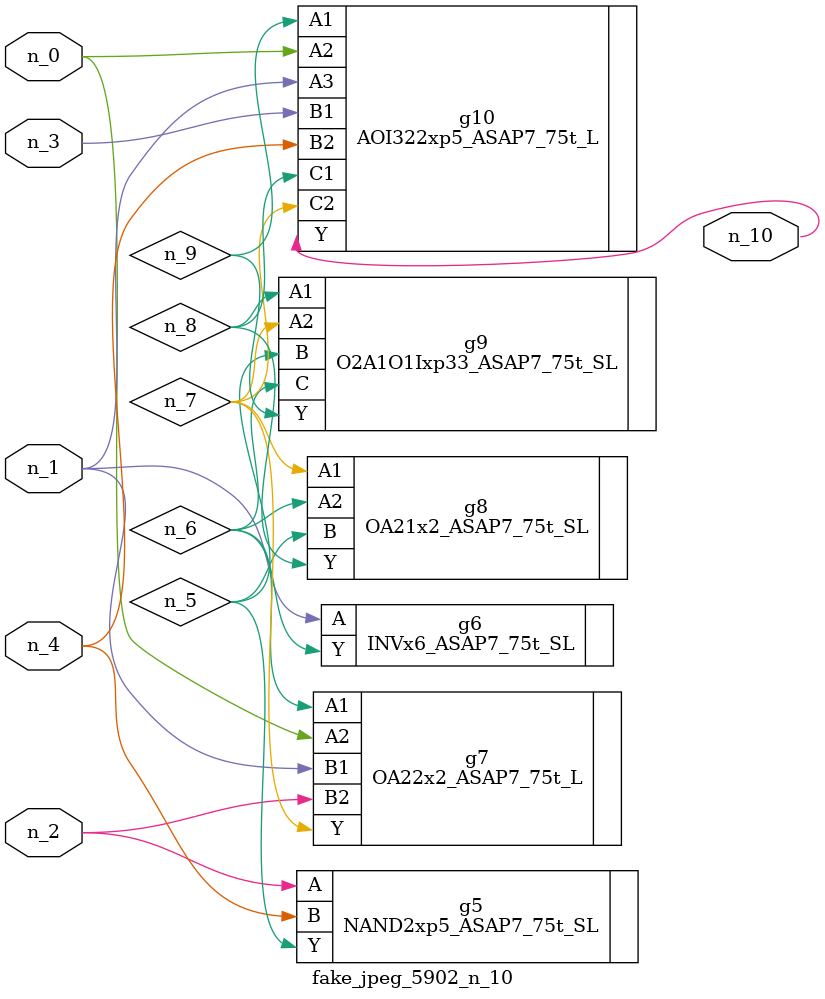
<source format=v>
module fake_jpeg_5902_n_10 (n_3, n_2, n_1, n_0, n_4, n_10);

input n_3;
input n_2;
input n_1;
input n_0;
input n_4;

output n_10;

wire n_8;
wire n_9;
wire n_6;
wire n_5;
wire n_7;

NAND2xp5_ASAP7_75t_SL g5 ( 
.A(n_2),
.B(n_4),
.Y(n_5)
);

INVx6_ASAP7_75t_SL g6 ( 
.A(n_1),
.Y(n_6)
);

OA22x2_ASAP7_75t_L g7 ( 
.A1(n_6),
.A2(n_0),
.B1(n_1),
.B2(n_2),
.Y(n_7)
);

OA21x2_ASAP7_75t_SL g8 ( 
.A1(n_7),
.A2(n_6),
.B(n_5),
.Y(n_8)
);

O2A1O1Ixp33_ASAP7_75t_SL g9 ( 
.A1(n_8),
.A2(n_7),
.B(n_5),
.C(n_6),
.Y(n_9)
);

AOI322xp5_ASAP7_75t_L g10 ( 
.A1(n_9),
.A2(n_0),
.A3(n_1),
.B1(n_3),
.B2(n_4),
.C1(n_8),
.C2(n_7),
.Y(n_10)
);


endmodule
</source>
